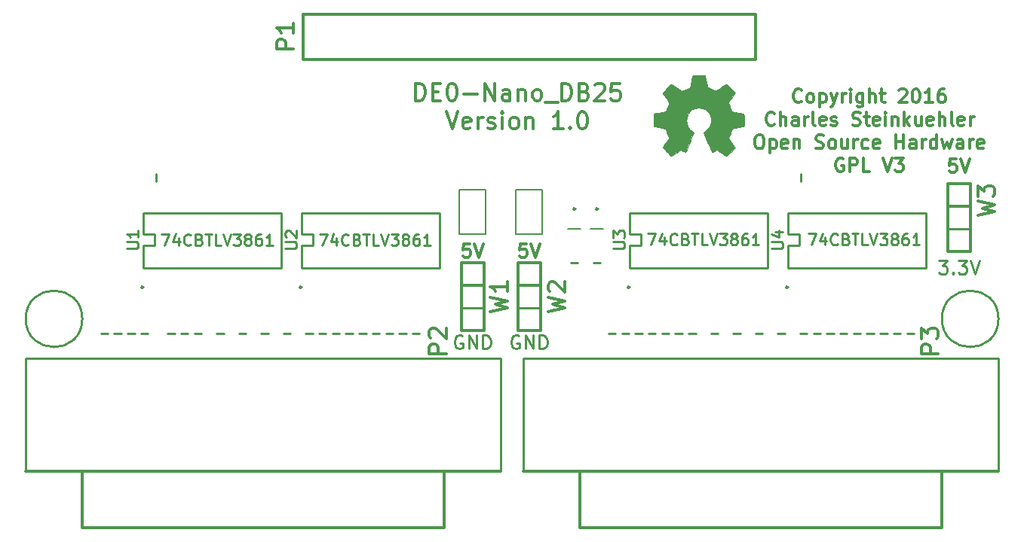
<source format=gto>
G04 #@! TF.GenerationSoftware,KiCad,Pcbnew,no-vcs-found-7571~57~ubuntu17.04.1*
G04 #@! TF.CreationDate,2017-02-08T08:53:27+01:00*
G04 #@! TF.ProjectId,DE0-Nano_DB25,4445302D4E616E6F5F444232352E6B69,rev?*
G04 #@! TF.FileFunction,Legend,Top*
G04 #@! TF.FilePolarity,Positive*
%FSLAX46Y46*%
G04 Gerber Fmt 4.6, Leading zero omitted, Abs format (unit mm)*
G04 Created by KiCad (PCBNEW no-vcs-found-7571~57~ubuntu17.04.1) date Wed Feb  8 08:53:27 2017*
%MOMM*%
%LPD*%
G01*
G04 APERTURE LIST*
%ADD10C,0.152400*%
%ADD11C,0.304800*%
%ADD12C,0.254000*%
%ADD13C,0.002540*%
%ADD14C,0.200000*%
%ADD15C,0.250000*%
%ADD16R,0.750000X2.150000*%
%ADD17R,1.801000X1.826400*%
%ADD18C,1.801000*%
%ADD19C,5.611000*%
%ADD20R,2.150000X1.150000*%
%ADD21R,1.801000X1.801000*%
%ADD22R,1.350000X1.350000*%
%ADD23C,5.865000*%
%ADD24R,1.080000X0.940000*%
%ADD25R,0.940000X1.080000*%
G04 APERTURE END LIST*
D10*
D11*
X44406211Y37251958D02*
X44406211Y39156958D01*
X44859783Y39156958D01*
X45131926Y39066243D01*
X45313354Y38884815D01*
X45404069Y38703386D01*
X45494783Y38340529D01*
X45494783Y38068386D01*
X45404069Y37705529D01*
X45313354Y37524101D01*
X45131926Y37342672D01*
X44859783Y37251958D01*
X44406211Y37251958D01*
X46311211Y38249815D02*
X46946211Y38249815D01*
X47218354Y37251958D02*
X46311211Y37251958D01*
X46311211Y39156958D01*
X47218354Y39156958D01*
X48397640Y39156958D02*
X48579069Y39156958D01*
X48760497Y39066243D01*
X48851211Y38975529D01*
X48941926Y38794101D01*
X49032640Y38431243D01*
X49032640Y37977672D01*
X48941926Y37614815D01*
X48851211Y37433386D01*
X48760497Y37342672D01*
X48579069Y37251958D01*
X48397640Y37251958D01*
X48216211Y37342672D01*
X48125497Y37433386D01*
X48034783Y37614815D01*
X47944069Y37977672D01*
X47944069Y38431243D01*
X48034783Y38794101D01*
X48125497Y38975529D01*
X48216211Y39066243D01*
X48397640Y39156958D01*
X49849069Y37977672D02*
X51300497Y37977672D01*
X52207640Y37251958D02*
X52207640Y39156958D01*
X53296211Y37251958D01*
X53296211Y39156958D01*
X55019783Y37251958D02*
X55019783Y38249815D01*
X54929069Y38431243D01*
X54747640Y38521958D01*
X54384783Y38521958D01*
X54203354Y38431243D01*
X55019783Y37342672D02*
X54838354Y37251958D01*
X54384783Y37251958D01*
X54203354Y37342672D01*
X54112640Y37524101D01*
X54112640Y37705529D01*
X54203354Y37886958D01*
X54384783Y37977672D01*
X54838354Y37977672D01*
X55019783Y38068386D01*
X55926926Y38521958D02*
X55926926Y37251958D01*
X55926926Y38340529D02*
X56017640Y38431243D01*
X56199069Y38521958D01*
X56471211Y38521958D01*
X56652640Y38431243D01*
X56743354Y38249815D01*
X56743354Y37251958D01*
X57922640Y37251958D02*
X57741211Y37342672D01*
X57650497Y37433386D01*
X57559783Y37614815D01*
X57559783Y38159101D01*
X57650497Y38340529D01*
X57741211Y38431243D01*
X57922640Y38521958D01*
X58194783Y38521958D01*
X58376211Y38431243D01*
X58466926Y38340529D01*
X58557640Y38159101D01*
X58557640Y37614815D01*
X58466926Y37433386D01*
X58376211Y37342672D01*
X58194783Y37251958D01*
X57922640Y37251958D01*
X58920497Y37070529D02*
X60371926Y37070529D01*
X60825497Y37251958D02*
X60825497Y39156958D01*
X61279069Y39156958D01*
X61551211Y39066243D01*
X61732640Y38884815D01*
X61823354Y38703386D01*
X61914069Y38340529D01*
X61914069Y38068386D01*
X61823354Y37705529D01*
X61732640Y37524101D01*
X61551211Y37342672D01*
X61279069Y37251958D01*
X60825497Y37251958D01*
X63365497Y38249815D02*
X63637640Y38159101D01*
X63728354Y38068386D01*
X63819069Y37886958D01*
X63819069Y37614815D01*
X63728354Y37433386D01*
X63637640Y37342672D01*
X63456211Y37251958D01*
X62730497Y37251958D01*
X62730497Y39156958D01*
X63365497Y39156958D01*
X63546926Y39066243D01*
X63637640Y38975529D01*
X63728354Y38794101D01*
X63728354Y38612672D01*
X63637640Y38431243D01*
X63546926Y38340529D01*
X63365497Y38249815D01*
X62730497Y38249815D01*
X64544783Y38975529D02*
X64635497Y39066243D01*
X64816926Y39156958D01*
X65270497Y39156958D01*
X65451926Y39066243D01*
X65542640Y38975529D01*
X65633354Y38794101D01*
X65633354Y38612672D01*
X65542640Y38340529D01*
X64454069Y37251958D01*
X65633354Y37251958D01*
X67356926Y39156958D02*
X66449783Y39156958D01*
X66359069Y38249815D01*
X66449783Y38340529D01*
X66631211Y38431243D01*
X67084783Y38431243D01*
X67266211Y38340529D01*
X67356926Y38249815D01*
X67447640Y38068386D01*
X67447640Y37614815D01*
X67356926Y37433386D01*
X67266211Y37342672D01*
X67084783Y37251958D01*
X66631211Y37251958D01*
X66449783Y37342672D01*
X66359069Y37433386D01*
X47898711Y35994658D02*
X48533711Y34089658D01*
X49168711Y35994658D01*
X50529426Y34180372D02*
X50347997Y34089658D01*
X49985140Y34089658D01*
X49803711Y34180372D01*
X49712997Y34361801D01*
X49712997Y35087515D01*
X49803711Y35268943D01*
X49985140Y35359658D01*
X50347997Y35359658D01*
X50529426Y35268943D01*
X50620140Y35087515D01*
X50620140Y34906086D01*
X49712997Y34724658D01*
X51436569Y34089658D02*
X51436569Y35359658D01*
X51436569Y34996801D02*
X51527283Y35178229D01*
X51617997Y35268943D01*
X51799426Y35359658D01*
X51980854Y35359658D01*
X52525140Y34180372D02*
X52706569Y34089658D01*
X53069426Y34089658D01*
X53250854Y34180372D01*
X53341569Y34361801D01*
X53341569Y34452515D01*
X53250854Y34633943D01*
X53069426Y34724658D01*
X52797283Y34724658D01*
X52615854Y34815372D01*
X52525140Y34996801D01*
X52525140Y35087515D01*
X52615854Y35268943D01*
X52797283Y35359658D01*
X53069426Y35359658D01*
X53250854Y35268943D01*
X54157997Y34089658D02*
X54157997Y35359658D01*
X54157997Y35994658D02*
X54067283Y35903943D01*
X54157997Y35813229D01*
X54248711Y35903943D01*
X54157997Y35994658D01*
X54157997Y35813229D01*
X55337283Y34089658D02*
X55155854Y34180372D01*
X55065140Y34271086D01*
X54974426Y34452515D01*
X54974426Y34996801D01*
X55065140Y35178229D01*
X55155854Y35268943D01*
X55337283Y35359658D01*
X55609426Y35359658D01*
X55790854Y35268943D01*
X55881569Y35178229D01*
X55972283Y34996801D01*
X55972283Y34452515D01*
X55881569Y34271086D01*
X55790854Y34180372D01*
X55609426Y34089658D01*
X55337283Y34089658D01*
X56788711Y35359658D02*
X56788711Y34089658D01*
X56788711Y35178229D02*
X56879426Y35268943D01*
X57060854Y35359658D01*
X57332997Y35359658D01*
X57514426Y35268943D01*
X57605140Y35087515D01*
X57605140Y34089658D01*
X60961569Y34089658D02*
X59872997Y34089658D01*
X60417283Y34089658D02*
X60417283Y35994658D01*
X60235854Y35722515D01*
X60054426Y35541086D01*
X59872997Y35450372D01*
X61777997Y34271086D02*
X61868711Y34180372D01*
X61777997Y34089658D01*
X61687283Y34180372D01*
X61777997Y34271086D01*
X61777997Y34089658D01*
X63047997Y35994658D02*
X63229426Y35994658D01*
X63410854Y35903943D01*
X63501569Y35813229D01*
X63592283Y35631801D01*
X63682997Y35268943D01*
X63682997Y34815372D01*
X63592283Y34452515D01*
X63501569Y34271086D01*
X63410854Y34180372D01*
X63229426Y34089658D01*
X63047997Y34089658D01*
X62866569Y34180372D01*
X62775854Y34271086D01*
X62685140Y34452515D01*
X62594426Y34815372D01*
X62594426Y35268943D01*
X62685140Y35631801D01*
X62775854Y35813229D01*
X62866569Y35903943D01*
X63047997Y35994658D01*
X87741569Y37174508D02*
X87668997Y37101936D01*
X87451283Y37029365D01*
X87306140Y37029365D01*
X87088426Y37101936D01*
X86943283Y37247079D01*
X86870711Y37392222D01*
X86798140Y37682508D01*
X86798140Y37900222D01*
X86870711Y38190508D01*
X86943283Y38335651D01*
X87088426Y38480793D01*
X87306140Y38553365D01*
X87451283Y38553365D01*
X87668997Y38480793D01*
X87741569Y38408222D01*
X88612426Y37029365D02*
X88467283Y37101936D01*
X88394711Y37174508D01*
X88322140Y37319651D01*
X88322140Y37755079D01*
X88394711Y37900222D01*
X88467283Y37972793D01*
X88612426Y38045365D01*
X88830140Y38045365D01*
X88975283Y37972793D01*
X89047854Y37900222D01*
X89120426Y37755079D01*
X89120426Y37319651D01*
X89047854Y37174508D01*
X88975283Y37101936D01*
X88830140Y37029365D01*
X88612426Y37029365D01*
X89773569Y38045365D02*
X89773569Y36521365D01*
X89773569Y37972793D02*
X89918711Y38045365D01*
X90208997Y38045365D01*
X90354140Y37972793D01*
X90426711Y37900222D01*
X90499283Y37755079D01*
X90499283Y37319651D01*
X90426711Y37174508D01*
X90354140Y37101936D01*
X90208997Y37029365D01*
X89918711Y37029365D01*
X89773569Y37101936D01*
X91007283Y38045365D02*
X91370140Y37029365D01*
X91732997Y38045365D02*
X91370140Y37029365D01*
X91224997Y36666508D01*
X91152426Y36593936D01*
X91007283Y36521365D01*
X92313569Y37029365D02*
X92313569Y38045365D01*
X92313569Y37755079D02*
X92386140Y37900222D01*
X92458711Y37972793D01*
X92603854Y38045365D01*
X92748997Y38045365D01*
X93256997Y37029365D02*
X93256997Y38045365D01*
X93256997Y38553365D02*
X93184426Y38480793D01*
X93256997Y38408222D01*
X93329569Y38480793D01*
X93256997Y38553365D01*
X93256997Y38408222D01*
X94635854Y38045365D02*
X94635854Y36811651D01*
X94563283Y36666508D01*
X94490711Y36593936D01*
X94345569Y36521365D01*
X94127854Y36521365D01*
X93982711Y36593936D01*
X94635854Y37101936D02*
X94490711Y37029365D01*
X94200426Y37029365D01*
X94055283Y37101936D01*
X93982711Y37174508D01*
X93910140Y37319651D01*
X93910140Y37755079D01*
X93982711Y37900222D01*
X94055283Y37972793D01*
X94200426Y38045365D01*
X94490711Y38045365D01*
X94635854Y37972793D01*
X95361569Y37029365D02*
X95361569Y38553365D01*
X96014711Y37029365D02*
X96014711Y37827651D01*
X95942140Y37972793D01*
X95796997Y38045365D01*
X95579283Y38045365D01*
X95434140Y37972793D01*
X95361569Y37900222D01*
X96522711Y38045365D02*
X97103283Y38045365D01*
X96740426Y38553365D02*
X96740426Y37247079D01*
X96812997Y37101936D01*
X96958140Y37029365D01*
X97103283Y37029365D01*
X98699854Y38408222D02*
X98772426Y38480793D01*
X98917569Y38553365D01*
X99280426Y38553365D01*
X99425569Y38480793D01*
X99498140Y38408222D01*
X99570711Y38263079D01*
X99570711Y38117936D01*
X99498140Y37900222D01*
X98627283Y37029365D01*
X99570711Y37029365D01*
X100514140Y38553365D02*
X100659283Y38553365D01*
X100804426Y38480793D01*
X100876997Y38408222D01*
X100949569Y38263079D01*
X101022140Y37972793D01*
X101022140Y37609936D01*
X100949569Y37319651D01*
X100876997Y37174508D01*
X100804426Y37101936D01*
X100659283Y37029365D01*
X100514140Y37029365D01*
X100368997Y37101936D01*
X100296426Y37174508D01*
X100223854Y37319651D01*
X100151283Y37609936D01*
X100151283Y37972793D01*
X100223854Y38263079D01*
X100296426Y38408222D01*
X100368997Y38480793D01*
X100514140Y38553365D01*
X102473568Y37029365D02*
X101602711Y37029365D01*
X102038140Y37029365D02*
X102038140Y38553365D01*
X101892997Y38335651D01*
X101747854Y38190508D01*
X101602711Y38117936D01*
X103779854Y38553365D02*
X103489569Y38553365D01*
X103344426Y38480793D01*
X103271854Y38408222D01*
X103126711Y38190508D01*
X103054140Y37900222D01*
X103054140Y37319651D01*
X103126711Y37174508D01*
X103199283Y37101936D01*
X103344426Y37029365D01*
X103634711Y37029365D01*
X103779854Y37101936D01*
X103852426Y37174508D01*
X103924997Y37319651D01*
X103924997Y37682508D01*
X103852426Y37827651D01*
X103779854Y37900222D01*
X103634711Y37972793D01*
X103344426Y37972793D01*
X103199283Y37900222D01*
X103126711Y37827651D01*
X103054140Y37682508D01*
X84693569Y34583708D02*
X84620997Y34511136D01*
X84403283Y34438565D01*
X84258140Y34438565D01*
X84040426Y34511136D01*
X83895283Y34656279D01*
X83822711Y34801422D01*
X83750140Y35091708D01*
X83750140Y35309422D01*
X83822711Y35599708D01*
X83895283Y35744851D01*
X84040426Y35889993D01*
X84258140Y35962565D01*
X84403283Y35962565D01*
X84620997Y35889993D01*
X84693569Y35817422D01*
X85346711Y34438565D02*
X85346711Y35962565D01*
X85999854Y34438565D02*
X85999854Y35236851D01*
X85927283Y35381993D01*
X85782140Y35454565D01*
X85564426Y35454565D01*
X85419283Y35381993D01*
X85346711Y35309422D01*
X87378711Y34438565D02*
X87378711Y35236851D01*
X87306140Y35381993D01*
X87160997Y35454565D01*
X86870711Y35454565D01*
X86725569Y35381993D01*
X87378711Y34511136D02*
X87233569Y34438565D01*
X86870711Y34438565D01*
X86725569Y34511136D01*
X86652997Y34656279D01*
X86652997Y34801422D01*
X86725569Y34946565D01*
X86870711Y35019136D01*
X87233569Y35019136D01*
X87378711Y35091708D01*
X88104426Y34438565D02*
X88104426Y35454565D01*
X88104426Y35164279D02*
X88176997Y35309422D01*
X88249569Y35381993D01*
X88394711Y35454565D01*
X88539854Y35454565D01*
X89265569Y34438565D02*
X89120426Y34511136D01*
X89047854Y34656279D01*
X89047854Y35962565D01*
X90426711Y34511136D02*
X90281569Y34438565D01*
X89991283Y34438565D01*
X89846140Y34511136D01*
X89773569Y34656279D01*
X89773569Y35236851D01*
X89846140Y35381993D01*
X89991283Y35454565D01*
X90281569Y35454565D01*
X90426711Y35381993D01*
X90499283Y35236851D01*
X90499283Y35091708D01*
X89773569Y34946565D01*
X91079854Y34511136D02*
X91224997Y34438565D01*
X91515283Y34438565D01*
X91660426Y34511136D01*
X91732997Y34656279D01*
X91732997Y34728851D01*
X91660426Y34873993D01*
X91515283Y34946565D01*
X91297569Y34946565D01*
X91152426Y35019136D01*
X91079854Y35164279D01*
X91079854Y35236851D01*
X91152426Y35381993D01*
X91297569Y35454565D01*
X91515283Y35454565D01*
X91660426Y35381993D01*
X93474711Y34511136D02*
X93692426Y34438565D01*
X94055283Y34438565D01*
X94200426Y34511136D01*
X94272997Y34583708D01*
X94345569Y34728851D01*
X94345569Y34873993D01*
X94272997Y35019136D01*
X94200426Y35091708D01*
X94055283Y35164279D01*
X93764997Y35236851D01*
X93619854Y35309422D01*
X93547283Y35381993D01*
X93474711Y35527136D01*
X93474711Y35672279D01*
X93547283Y35817422D01*
X93619854Y35889993D01*
X93764997Y35962565D01*
X94127854Y35962565D01*
X94345569Y35889993D01*
X94780997Y35454565D02*
X95361569Y35454565D01*
X94998711Y35962565D02*
X94998711Y34656279D01*
X95071283Y34511136D01*
X95216426Y34438565D01*
X95361569Y34438565D01*
X96450140Y34511136D02*
X96304997Y34438565D01*
X96014711Y34438565D01*
X95869569Y34511136D01*
X95796997Y34656279D01*
X95796997Y35236851D01*
X95869569Y35381993D01*
X96014711Y35454565D01*
X96304997Y35454565D01*
X96450140Y35381993D01*
X96522711Y35236851D01*
X96522711Y35091708D01*
X95796997Y34946565D01*
X97175854Y34438565D02*
X97175854Y35454565D01*
X97175854Y35962565D02*
X97103283Y35889993D01*
X97175854Y35817422D01*
X97248426Y35889993D01*
X97175854Y35962565D01*
X97175854Y35817422D01*
X97901569Y35454565D02*
X97901569Y34438565D01*
X97901569Y35309422D02*
X97974140Y35381993D01*
X98119283Y35454565D01*
X98336997Y35454565D01*
X98482140Y35381993D01*
X98554711Y35236851D01*
X98554711Y34438565D01*
X99280426Y34438565D02*
X99280426Y35962565D01*
X99425569Y35019136D02*
X99860997Y34438565D01*
X99860997Y35454565D02*
X99280426Y34873993D01*
X101167283Y35454565D02*
X101167283Y34438565D01*
X100514140Y35454565D02*
X100514140Y34656279D01*
X100586711Y34511136D01*
X100731854Y34438565D01*
X100949569Y34438565D01*
X101094711Y34511136D01*
X101167283Y34583708D01*
X102473569Y34511136D02*
X102328426Y34438565D01*
X102038140Y34438565D01*
X101892997Y34511136D01*
X101820426Y34656279D01*
X101820426Y35236851D01*
X101892997Y35381993D01*
X102038140Y35454565D01*
X102328426Y35454565D01*
X102473569Y35381993D01*
X102546140Y35236851D01*
X102546140Y35091708D01*
X101820426Y34946565D01*
X103199283Y34438565D02*
X103199283Y35962565D01*
X103852426Y34438565D02*
X103852426Y35236851D01*
X103779854Y35381993D01*
X103634711Y35454565D01*
X103416997Y35454565D01*
X103271854Y35381993D01*
X103199283Y35309422D01*
X104795854Y34438565D02*
X104650711Y34511136D01*
X104578140Y34656279D01*
X104578140Y35962565D01*
X105956997Y34511136D02*
X105811854Y34438565D01*
X105521569Y34438565D01*
X105376426Y34511136D01*
X105303854Y34656279D01*
X105303854Y35236851D01*
X105376426Y35381993D01*
X105521569Y35454565D01*
X105811854Y35454565D01*
X105956997Y35381993D01*
X106029569Y35236851D01*
X106029569Y35091708D01*
X105303854Y34946565D01*
X106682711Y34438565D02*
X106682711Y35454565D01*
X106682711Y35164279D02*
X106755283Y35309422D01*
X106827854Y35381993D01*
X106972997Y35454565D01*
X107118140Y35454565D01*
X82879283Y33371765D02*
X83169569Y33371765D01*
X83314711Y33299193D01*
X83459854Y33154051D01*
X83532426Y32863765D01*
X83532426Y32355765D01*
X83459854Y32065479D01*
X83314711Y31920336D01*
X83169569Y31847765D01*
X82879283Y31847765D01*
X82734140Y31920336D01*
X82588997Y32065479D01*
X82516426Y32355765D01*
X82516426Y32863765D01*
X82588997Y33154051D01*
X82734140Y33299193D01*
X82879283Y33371765D01*
X84185569Y32863765D02*
X84185569Y31339765D01*
X84185569Y32791193D02*
X84330711Y32863765D01*
X84620997Y32863765D01*
X84766140Y32791193D01*
X84838711Y32718622D01*
X84911283Y32573479D01*
X84911283Y32138051D01*
X84838711Y31992908D01*
X84766140Y31920336D01*
X84620997Y31847765D01*
X84330711Y31847765D01*
X84185569Y31920336D01*
X86144997Y31920336D02*
X85999854Y31847765D01*
X85709569Y31847765D01*
X85564426Y31920336D01*
X85491854Y32065479D01*
X85491854Y32646051D01*
X85564426Y32791193D01*
X85709569Y32863765D01*
X85999854Y32863765D01*
X86144997Y32791193D01*
X86217569Y32646051D01*
X86217569Y32500908D01*
X85491854Y32355765D01*
X86870711Y32863765D02*
X86870711Y31847765D01*
X86870711Y32718622D02*
X86943283Y32791193D01*
X87088426Y32863765D01*
X87306140Y32863765D01*
X87451283Y32791193D01*
X87523854Y32646051D01*
X87523854Y31847765D01*
X89338140Y31920336D02*
X89555854Y31847765D01*
X89918711Y31847765D01*
X90063854Y31920336D01*
X90136426Y31992908D01*
X90208997Y32138051D01*
X90208997Y32283193D01*
X90136426Y32428336D01*
X90063854Y32500908D01*
X89918711Y32573479D01*
X89628426Y32646051D01*
X89483283Y32718622D01*
X89410711Y32791193D01*
X89338140Y32936336D01*
X89338140Y33081479D01*
X89410711Y33226622D01*
X89483283Y33299193D01*
X89628426Y33371765D01*
X89991283Y33371765D01*
X90208997Y33299193D01*
X91079854Y31847765D02*
X90934711Y31920336D01*
X90862140Y31992908D01*
X90789569Y32138051D01*
X90789569Y32573479D01*
X90862140Y32718622D01*
X90934711Y32791193D01*
X91079854Y32863765D01*
X91297569Y32863765D01*
X91442711Y32791193D01*
X91515283Y32718622D01*
X91587854Y32573479D01*
X91587854Y32138051D01*
X91515283Y31992908D01*
X91442711Y31920336D01*
X91297569Y31847765D01*
X91079854Y31847765D01*
X92894140Y32863765D02*
X92894140Y31847765D01*
X92240997Y32863765D02*
X92240997Y32065479D01*
X92313569Y31920336D01*
X92458711Y31847765D01*
X92676426Y31847765D01*
X92821569Y31920336D01*
X92894140Y31992908D01*
X93619854Y31847765D02*
X93619854Y32863765D01*
X93619854Y32573479D02*
X93692426Y32718622D01*
X93764997Y32791193D01*
X93910140Y32863765D01*
X94055283Y32863765D01*
X95216426Y31920336D02*
X95071283Y31847765D01*
X94780997Y31847765D01*
X94635854Y31920336D01*
X94563283Y31992908D01*
X94490711Y32138051D01*
X94490711Y32573479D01*
X94563283Y32718622D01*
X94635854Y32791193D01*
X94780997Y32863765D01*
X95071283Y32863765D01*
X95216426Y32791193D01*
X96450140Y31920336D02*
X96304997Y31847765D01*
X96014711Y31847765D01*
X95869569Y31920336D01*
X95796997Y32065479D01*
X95796997Y32646051D01*
X95869569Y32791193D01*
X96014711Y32863765D01*
X96304997Y32863765D01*
X96450140Y32791193D01*
X96522711Y32646051D01*
X96522711Y32500908D01*
X95796997Y32355765D01*
X98336997Y31847765D02*
X98336997Y33371765D01*
X98336997Y32646051D02*
X99207854Y32646051D01*
X99207854Y31847765D02*
X99207854Y33371765D01*
X100586711Y31847765D02*
X100586711Y32646051D01*
X100514140Y32791193D01*
X100368997Y32863765D01*
X100078711Y32863765D01*
X99933569Y32791193D01*
X100586711Y31920336D02*
X100441569Y31847765D01*
X100078711Y31847765D01*
X99933569Y31920336D01*
X99860997Y32065479D01*
X99860997Y32210622D01*
X99933569Y32355765D01*
X100078711Y32428336D01*
X100441569Y32428336D01*
X100586711Y32500908D01*
X101312426Y31847765D02*
X101312426Y32863765D01*
X101312426Y32573479D02*
X101384997Y32718622D01*
X101457569Y32791193D01*
X101602711Y32863765D01*
X101747854Y32863765D01*
X102908997Y31847765D02*
X102908997Y33371765D01*
X102908997Y31920336D02*
X102763854Y31847765D01*
X102473569Y31847765D01*
X102328426Y31920336D01*
X102255854Y31992908D01*
X102183283Y32138051D01*
X102183283Y32573479D01*
X102255854Y32718622D01*
X102328426Y32791193D01*
X102473569Y32863765D01*
X102763854Y32863765D01*
X102908997Y32791193D01*
X103489569Y32863765D02*
X103779854Y31847765D01*
X104070140Y32573479D01*
X104360426Y31847765D01*
X104650711Y32863765D01*
X105884426Y31847765D02*
X105884426Y32646051D01*
X105811854Y32791193D01*
X105666711Y32863765D01*
X105376426Y32863765D01*
X105231283Y32791193D01*
X105884426Y31920336D02*
X105739283Y31847765D01*
X105376426Y31847765D01*
X105231283Y31920336D01*
X105158711Y32065479D01*
X105158711Y32210622D01*
X105231283Y32355765D01*
X105376426Y32428336D01*
X105739283Y32428336D01*
X105884426Y32500908D01*
X106610140Y31847765D02*
X106610140Y32863765D01*
X106610140Y32573479D02*
X106682711Y32718622D01*
X106755283Y32791193D01*
X106900426Y32863765D01*
X107045569Y32863765D01*
X108134140Y31920336D02*
X107988997Y31847765D01*
X107698711Y31847765D01*
X107553569Y31920336D01*
X107480997Y32065479D01*
X107480997Y32646051D01*
X107553569Y32791193D01*
X107698711Y32863765D01*
X107988997Y32863765D01*
X108134140Y32791193D01*
X108206711Y32646051D01*
X108206711Y32500908D01*
X107480997Y32355765D01*
X92422426Y30708393D02*
X92277283Y30780965D01*
X92059569Y30780965D01*
X91841854Y30708393D01*
X91696711Y30563251D01*
X91624140Y30418108D01*
X91551569Y30127822D01*
X91551569Y29910108D01*
X91624140Y29619822D01*
X91696711Y29474679D01*
X91841854Y29329536D01*
X92059569Y29256965D01*
X92204711Y29256965D01*
X92422426Y29329536D01*
X92494997Y29402108D01*
X92494997Y29910108D01*
X92204711Y29910108D01*
X93148140Y29256965D02*
X93148140Y30780965D01*
X93728711Y30780965D01*
X93873854Y30708393D01*
X93946426Y30635822D01*
X94018997Y30490679D01*
X94018997Y30272965D01*
X93946426Y30127822D01*
X93873854Y30055251D01*
X93728711Y29982679D01*
X93148140Y29982679D01*
X95397854Y29256965D02*
X94672140Y29256965D01*
X94672140Y30780965D01*
X96849283Y30780965D02*
X97357283Y29256965D01*
X97865283Y30780965D01*
X98228140Y30780965D02*
X99171569Y30780965D01*
X98663569Y30200393D01*
X98881283Y30200393D01*
X99026426Y30127822D01*
X99098997Y30055251D01*
X99171569Y29910108D01*
X99171569Y29547251D01*
X99098997Y29402108D01*
X99026426Y29329536D01*
X98881283Y29256965D01*
X98445854Y29256965D01*
X98300711Y29329536D01*
X98228140Y29402108D01*
D12*
X56000426Y10794593D02*
X55855283Y10867165D01*
X55637569Y10867165D01*
X55419854Y10794593D01*
X55274711Y10649451D01*
X55202140Y10504308D01*
X55129569Y10214022D01*
X55129569Y9996308D01*
X55202140Y9706022D01*
X55274711Y9560879D01*
X55419854Y9415736D01*
X55637569Y9343165D01*
X55782711Y9343165D01*
X56000426Y9415736D01*
X56072997Y9488308D01*
X56072997Y9996308D01*
X55782711Y9996308D01*
X56726140Y9343165D02*
X56726140Y10867165D01*
X57596997Y9343165D01*
X57596997Y10867165D01*
X58322711Y9343165D02*
X58322711Y10867165D01*
X58685569Y10867165D01*
X58903283Y10794593D01*
X59048426Y10649451D01*
X59120997Y10504308D01*
X59193569Y10214022D01*
X59193569Y9996308D01*
X59120997Y9706022D01*
X59048426Y9560879D01*
X58903283Y9415736D01*
X58685569Y9343165D01*
X58322711Y9343165D01*
D11*
X105121283Y30682165D02*
X104395569Y30682165D01*
X104322997Y29956451D01*
X104395569Y30029022D01*
X104540711Y30101593D01*
X104903569Y30101593D01*
X105048711Y30029022D01*
X105121283Y29956451D01*
X105193854Y29811308D01*
X105193854Y29448451D01*
X105121283Y29303308D01*
X105048711Y29230736D01*
X104903569Y29158165D01*
X104540711Y29158165D01*
X104395569Y29230736D01*
X104322997Y29303308D01*
X105629283Y30682165D02*
X106137283Y29158165D01*
X106645283Y30682165D01*
D12*
X103161854Y19252165D02*
X104105283Y19252165D01*
X103597283Y18671593D01*
X103814997Y18671593D01*
X103960140Y18599022D01*
X104032711Y18526451D01*
X104105283Y18381308D01*
X104105283Y18018451D01*
X104032711Y17873308D01*
X103960140Y17800736D01*
X103814997Y17728165D01*
X103379569Y17728165D01*
X103234426Y17800736D01*
X103161854Y17873308D01*
X104758426Y17873308D02*
X104830997Y17800736D01*
X104758426Y17728165D01*
X104685854Y17800736D01*
X104758426Y17873308D01*
X104758426Y17728165D01*
X105338997Y19252165D02*
X106282426Y19252165D01*
X105774426Y18671593D01*
X105992140Y18671593D01*
X106137283Y18599022D01*
X106209854Y18526451D01*
X106282426Y18381308D01*
X106282426Y18018451D01*
X106209854Y17873308D01*
X106137283Y17800736D01*
X105992140Y17728165D01*
X105556711Y17728165D01*
X105411569Y17800736D01*
X105338997Y17873308D01*
X106717854Y19252165D02*
X107225854Y17728165D01*
X107733854Y19252165D01*
D11*
X56861283Y21157165D02*
X56135569Y21157165D01*
X56062997Y20431451D01*
X56135569Y20504022D01*
X56280711Y20576593D01*
X56643569Y20576593D01*
X56788711Y20504022D01*
X56861283Y20431451D01*
X56933854Y20286308D01*
X56933854Y19923451D01*
X56861283Y19778308D01*
X56788711Y19705736D01*
X56643569Y19633165D01*
X56280711Y19633165D01*
X56135569Y19705736D01*
X56062997Y19778308D01*
X57369283Y21157165D02*
X57877283Y19633165D01*
X58385283Y21157165D01*
D12*
X49640426Y10794593D02*
X49495283Y10867165D01*
X49277569Y10867165D01*
X49059854Y10794593D01*
X48914711Y10649451D01*
X48842140Y10504308D01*
X48769569Y10214022D01*
X48769569Y9996308D01*
X48842140Y9706022D01*
X48914711Y9560879D01*
X49059854Y9415736D01*
X49277569Y9343165D01*
X49422711Y9343165D01*
X49640426Y9415736D01*
X49712997Y9488308D01*
X49712997Y9996308D01*
X49422711Y9996308D01*
X50366140Y9343165D02*
X50366140Y10867165D01*
X51236997Y9343165D01*
X51236997Y10867165D01*
X51962711Y9343165D02*
X51962711Y10867165D01*
X52325569Y10867165D01*
X52543283Y10794593D01*
X52688426Y10649451D01*
X52760997Y10504308D01*
X52833569Y10214022D01*
X52833569Y9996308D01*
X52760997Y9706022D01*
X52688426Y9560879D01*
X52543283Y9415736D01*
X52325569Y9343165D01*
X51962711Y9343165D01*
D11*
X50511283Y21157165D02*
X49785569Y21157165D01*
X49712997Y20431451D01*
X49785569Y20504022D01*
X49930711Y20576593D01*
X50293569Y20576593D01*
X50438711Y20504022D01*
X50511283Y20431451D01*
X50583854Y20286308D01*
X50583854Y19923451D01*
X50511283Y19778308D01*
X50438711Y19705736D01*
X50293569Y19633165D01*
X49930711Y19633165D01*
X49785569Y19705736D01*
X49712997Y19778308D01*
X51019283Y21157165D02*
X51527283Y19633165D01*
X52035283Y21157165D01*
D13*
G36*
X73123089Y31000753D02*
X73176429Y31026153D01*
X73295809Y31102353D01*
X73463449Y31214113D01*
X73664109Y31348733D01*
X73864769Y31483353D01*
X74032409Y31595113D01*
X74146709Y31668773D01*
X74194969Y31696713D01*
X74220369Y31686553D01*
X74316889Y31640833D01*
X74456589Y31567173D01*
X74535329Y31526533D01*
X74664869Y31470653D01*
X74725829Y31460493D01*
X74738529Y31478273D01*
X74784249Y31574793D01*
X74857909Y31742433D01*
X74954429Y31960873D01*
X75063649Y32219953D01*
X75180489Y32496813D01*
X75299869Y32781293D01*
X75411629Y33053073D01*
X75510689Y33294373D01*
X75589429Y33492493D01*
X75642769Y33629653D01*
X75663089Y33690613D01*
X75655469Y33700773D01*
X75591969Y33764273D01*
X75480209Y33848093D01*
X75241449Y34041133D01*
X75002689Y34338313D01*
X74857909Y34676133D01*
X74812189Y35049513D01*
X74852829Y35394953D01*
X74987449Y35727693D01*
X75221129Y36027413D01*
X75503069Y36250933D01*
X75830729Y36390633D01*
X76201569Y36436353D01*
X76554629Y36395713D01*
X76894989Y36263633D01*
X77194709Y36035033D01*
X77321709Y35887713D01*
X77496969Y35585453D01*
X77596029Y35260333D01*
X77606189Y35176513D01*
X77590949Y34820913D01*
X77486809Y34478013D01*
X77296309Y34173213D01*
X77034689Y33921753D01*
X77004209Y33898893D01*
X76882289Y33807453D01*
X76801009Y33746493D01*
X76737509Y33693153D01*
X77192169Y32600953D01*
X77263289Y32425693D01*
X77387749Y32128513D01*
X77499509Y31869433D01*
X77585869Y31663693D01*
X77646829Y31529073D01*
X77672229Y31473193D01*
X77677309Y31470653D01*
X77715409Y31463033D01*
X77799229Y31493513D01*
X77951629Y31567173D01*
X78053229Y31617973D01*
X78170069Y31673853D01*
X78220869Y31696713D01*
X78264049Y31671313D01*
X78378349Y31600193D01*
X78540909Y31490973D01*
X78736489Y31358893D01*
X78921909Y31231893D01*
X79092089Y31117593D01*
X79219089Y31038853D01*
X79277509Y31005833D01*
X79287669Y31005833D01*
X79341009Y31036313D01*
X79440069Y31117593D01*
X79589929Y31259833D01*
X79800749Y31465573D01*
X79831229Y31498593D01*
X80003949Y31673853D01*
X80146189Y31823713D01*
X80240169Y31927853D01*
X80273189Y31976113D01*
X80273189Y31976113D01*
X80242709Y32034533D01*
X80163969Y32158993D01*
X80049669Y32334253D01*
X79912509Y32537453D01*
X79549289Y33063233D01*
X79749949Y33558533D01*
X79810909Y33710933D01*
X79887109Y33896353D01*
X79945529Y34028433D01*
X79976009Y34084313D01*
X80029349Y34104633D01*
X80163969Y34137653D01*
X80362089Y34178293D01*
X80595769Y34221473D01*
X80819289Y34262113D01*
X81022489Y34300213D01*
X81169809Y34328153D01*
X81235849Y34343393D01*
X81251089Y34351013D01*
X81263789Y34384033D01*
X81271409Y34452613D01*
X81276489Y34574533D01*
X81279029Y34767573D01*
X81279029Y35049513D01*
X81279029Y35079993D01*
X81276489Y35346693D01*
X81273949Y35560053D01*
X81266329Y35697213D01*
X81256169Y35753093D01*
X81256169Y35753093D01*
X81192669Y35768333D01*
X81050429Y35798813D01*
X80847229Y35839453D01*
X80605929Y35885173D01*
X80590689Y35887713D01*
X80351929Y35933433D01*
X80148729Y35976613D01*
X80009029Y36009633D01*
X79948069Y36027413D01*
X79937909Y36045193D01*
X79887109Y36136633D01*
X79818529Y36286493D01*
X79739789Y36469373D01*
X79661049Y36657333D01*
X79592469Y36827513D01*
X79546749Y36954513D01*
X79534049Y37010393D01*
X79534049Y37012933D01*
X79572149Y37071353D01*
X79653429Y37193273D01*
X79770269Y37368533D01*
X79909969Y37571733D01*
X79922669Y37586973D01*
X80059829Y37790173D01*
X80171589Y37962893D01*
X80245249Y38084813D01*
X80273189Y38140693D01*
X80273189Y38143233D01*
X80227469Y38204193D01*
X80123329Y38318493D01*
X79976009Y38473433D01*
X79798209Y38653773D01*
X79742329Y38709653D01*
X79544209Y38902693D01*
X79407049Y39027153D01*
X79320689Y39095733D01*
X79280049Y39110973D01*
X79280049Y39108433D01*
X79219089Y39072873D01*
X79089549Y38989053D01*
X78916829Y38869673D01*
X78711089Y38729973D01*
X78695849Y38719813D01*
X78492649Y38582653D01*
X78322469Y38468353D01*
X78203089Y38389613D01*
X78149749Y38356593D01*
X78142129Y38356593D01*
X78058309Y38381993D01*
X77913529Y38432793D01*
X77735729Y38501373D01*
X77547769Y38575033D01*
X77377589Y38648693D01*
X77250589Y38707113D01*
X77189629Y38740133D01*
X77187089Y38745213D01*
X77166769Y38816333D01*
X77131209Y38968733D01*
X77088029Y39177013D01*
X77042309Y39425933D01*
X77034689Y39466573D01*
X76988969Y39707873D01*
X76948329Y39908533D01*
X76920389Y40045693D01*
X76907689Y40104113D01*
X76872129Y40111733D01*
X76752749Y40119353D01*
X76572409Y40124433D01*
X76353969Y40126973D01*
X76125369Y40124433D01*
X75899309Y40121893D01*
X75708809Y40114273D01*
X75571649Y40104113D01*
X75513229Y40093953D01*
X75513229Y40088873D01*
X75490369Y40015213D01*
X75457349Y39862813D01*
X75414169Y39651993D01*
X75368449Y39403073D01*
X75358289Y39359893D01*
X75312569Y39118593D01*
X75271929Y38920473D01*
X75243989Y38783313D01*
X75228749Y38729973D01*
X75205889Y38717273D01*
X75106829Y38674093D01*
X74944269Y38608053D01*
X74743609Y38526773D01*
X74278789Y38338813D01*
X73709829Y38729973D01*
X73656489Y38765533D01*
X73450749Y38905233D01*
X73283109Y39016993D01*
X73166269Y39093193D01*
X73118009Y39121133D01*
X73112929Y39118593D01*
X73057049Y39067793D01*
X72942749Y38961113D01*
X72790349Y38811253D01*
X72610009Y38633453D01*
X72477929Y38501373D01*
X72320449Y38341353D01*
X72221389Y38232133D01*
X72165509Y38163553D01*
X72147729Y38122913D01*
X72150269Y38094973D01*
X72188369Y38036553D01*
X72272189Y37909553D01*
X72389029Y37736833D01*
X72528729Y37536173D01*
X72643029Y37368533D01*
X72767489Y37175493D01*
X72846229Y37038333D01*
X72874169Y36972293D01*
X72866549Y36944353D01*
X72828449Y36832593D01*
X72759869Y36664953D01*
X72673509Y36464293D01*
X72475389Y36012173D01*
X72180749Y35956293D01*
X72000409Y35920733D01*
X71751489Y35872473D01*
X71510189Y35826753D01*
X71136809Y35753093D01*
X71121569Y34376413D01*
X71179989Y34353553D01*
X71235869Y34338313D01*
X71375569Y34307833D01*
X71573689Y34267193D01*
X71807369Y34224013D01*
X72005489Y34185913D01*
X72206149Y34147813D01*
X72350929Y34119873D01*
X72414429Y34107173D01*
X72429669Y34084313D01*
X72480469Y33987793D01*
X72551589Y33832853D01*
X72632869Y33647433D01*
X72711609Y33454393D01*
X72782729Y33276593D01*
X72830989Y33141973D01*
X72851309Y33070853D01*
X72823369Y33017513D01*
X72747169Y32900673D01*
X72635409Y32733033D01*
X72500789Y32532373D01*
X72363629Y32334253D01*
X72249329Y32164073D01*
X72168049Y32039613D01*
X72135029Y31983733D01*
X72150269Y31945633D01*
X72231549Y31849113D01*
X72381409Y31694173D01*
X72604929Y31473193D01*
X72643029Y31437633D01*
X72820829Y31264913D01*
X72970689Y31127753D01*
X73074829Y31033773D01*
X73123089Y31000753D01*
X73123089Y31000753D01*
G37*
X73123089Y31000753D02*
X73176429Y31026153D01*
X73295809Y31102353D01*
X73463449Y31214113D01*
X73664109Y31348733D01*
X73864769Y31483353D01*
X74032409Y31595113D01*
X74146709Y31668773D01*
X74194969Y31696713D01*
X74220369Y31686553D01*
X74316889Y31640833D01*
X74456589Y31567173D01*
X74535329Y31526533D01*
X74664869Y31470653D01*
X74725829Y31460493D01*
X74738529Y31478273D01*
X74784249Y31574793D01*
X74857909Y31742433D01*
X74954429Y31960873D01*
X75063649Y32219953D01*
X75180489Y32496813D01*
X75299869Y32781293D01*
X75411629Y33053073D01*
X75510689Y33294373D01*
X75589429Y33492493D01*
X75642769Y33629653D01*
X75663089Y33690613D01*
X75655469Y33700773D01*
X75591969Y33764273D01*
X75480209Y33848093D01*
X75241449Y34041133D01*
X75002689Y34338313D01*
X74857909Y34676133D01*
X74812189Y35049513D01*
X74852829Y35394953D01*
X74987449Y35727693D01*
X75221129Y36027413D01*
X75503069Y36250933D01*
X75830729Y36390633D01*
X76201569Y36436353D01*
X76554629Y36395713D01*
X76894989Y36263633D01*
X77194709Y36035033D01*
X77321709Y35887713D01*
X77496969Y35585453D01*
X77596029Y35260333D01*
X77606189Y35176513D01*
X77590949Y34820913D01*
X77486809Y34478013D01*
X77296309Y34173213D01*
X77034689Y33921753D01*
X77004209Y33898893D01*
X76882289Y33807453D01*
X76801009Y33746493D01*
X76737509Y33693153D01*
X77192169Y32600953D01*
X77263289Y32425693D01*
X77387749Y32128513D01*
X77499509Y31869433D01*
X77585869Y31663693D01*
X77646829Y31529073D01*
X77672229Y31473193D01*
X77677309Y31470653D01*
X77715409Y31463033D01*
X77799229Y31493513D01*
X77951629Y31567173D01*
X78053229Y31617973D01*
X78170069Y31673853D01*
X78220869Y31696713D01*
X78264049Y31671313D01*
X78378349Y31600193D01*
X78540909Y31490973D01*
X78736489Y31358893D01*
X78921909Y31231893D01*
X79092089Y31117593D01*
X79219089Y31038853D01*
X79277509Y31005833D01*
X79287669Y31005833D01*
X79341009Y31036313D01*
X79440069Y31117593D01*
X79589929Y31259833D01*
X79800749Y31465573D01*
X79831229Y31498593D01*
X80003949Y31673853D01*
X80146189Y31823713D01*
X80240169Y31927853D01*
X80273189Y31976113D01*
X80273189Y31976113D01*
X80242709Y32034533D01*
X80163969Y32158993D01*
X80049669Y32334253D01*
X79912509Y32537453D01*
X79549289Y33063233D01*
X79749949Y33558533D01*
X79810909Y33710933D01*
X79887109Y33896353D01*
X79945529Y34028433D01*
X79976009Y34084313D01*
X80029349Y34104633D01*
X80163969Y34137653D01*
X80362089Y34178293D01*
X80595769Y34221473D01*
X80819289Y34262113D01*
X81022489Y34300213D01*
X81169809Y34328153D01*
X81235849Y34343393D01*
X81251089Y34351013D01*
X81263789Y34384033D01*
X81271409Y34452613D01*
X81276489Y34574533D01*
X81279029Y34767573D01*
X81279029Y35049513D01*
X81279029Y35079993D01*
X81276489Y35346693D01*
X81273949Y35560053D01*
X81266329Y35697213D01*
X81256169Y35753093D01*
X81256169Y35753093D01*
X81192669Y35768333D01*
X81050429Y35798813D01*
X80847229Y35839453D01*
X80605929Y35885173D01*
X80590689Y35887713D01*
X80351929Y35933433D01*
X80148729Y35976613D01*
X80009029Y36009633D01*
X79948069Y36027413D01*
X79937909Y36045193D01*
X79887109Y36136633D01*
X79818529Y36286493D01*
X79739789Y36469373D01*
X79661049Y36657333D01*
X79592469Y36827513D01*
X79546749Y36954513D01*
X79534049Y37010393D01*
X79534049Y37012933D01*
X79572149Y37071353D01*
X79653429Y37193273D01*
X79770269Y37368533D01*
X79909969Y37571733D01*
X79922669Y37586973D01*
X80059829Y37790173D01*
X80171589Y37962893D01*
X80245249Y38084813D01*
X80273189Y38140693D01*
X80273189Y38143233D01*
X80227469Y38204193D01*
X80123329Y38318493D01*
X79976009Y38473433D01*
X79798209Y38653773D01*
X79742329Y38709653D01*
X79544209Y38902693D01*
X79407049Y39027153D01*
X79320689Y39095733D01*
X79280049Y39110973D01*
X79280049Y39108433D01*
X79219089Y39072873D01*
X79089549Y38989053D01*
X78916829Y38869673D01*
X78711089Y38729973D01*
X78695849Y38719813D01*
X78492649Y38582653D01*
X78322469Y38468353D01*
X78203089Y38389613D01*
X78149749Y38356593D01*
X78142129Y38356593D01*
X78058309Y38381993D01*
X77913529Y38432793D01*
X77735729Y38501373D01*
X77547769Y38575033D01*
X77377589Y38648693D01*
X77250589Y38707113D01*
X77189629Y38740133D01*
X77187089Y38745213D01*
X77166769Y38816333D01*
X77131209Y38968733D01*
X77088029Y39177013D01*
X77042309Y39425933D01*
X77034689Y39466573D01*
X76988969Y39707873D01*
X76948329Y39908533D01*
X76920389Y40045693D01*
X76907689Y40104113D01*
X76872129Y40111733D01*
X76752749Y40119353D01*
X76572409Y40124433D01*
X76353969Y40126973D01*
X76125369Y40124433D01*
X75899309Y40121893D01*
X75708809Y40114273D01*
X75571649Y40104113D01*
X75513229Y40093953D01*
X75513229Y40088873D01*
X75490369Y40015213D01*
X75457349Y39862813D01*
X75414169Y39651993D01*
X75368449Y39403073D01*
X75358289Y39359893D01*
X75312569Y39118593D01*
X75271929Y38920473D01*
X75243989Y38783313D01*
X75228749Y38729973D01*
X75205889Y38717273D01*
X75106829Y38674093D01*
X74944269Y38608053D01*
X74743609Y38526773D01*
X74278789Y38338813D01*
X73709829Y38729973D01*
X73656489Y38765533D01*
X73450749Y38905233D01*
X73283109Y39016993D01*
X73166269Y39093193D01*
X73118009Y39121133D01*
X73112929Y39118593D01*
X73057049Y39067793D01*
X72942749Y38961113D01*
X72790349Y38811253D01*
X72610009Y38633453D01*
X72477929Y38501373D01*
X72320449Y38341353D01*
X72221389Y38232133D01*
X72165509Y38163553D01*
X72147729Y38122913D01*
X72150269Y38094973D01*
X72188369Y38036553D01*
X72272189Y37909553D01*
X72389029Y37736833D01*
X72528729Y37536173D01*
X72643029Y37368533D01*
X72767489Y37175493D01*
X72846229Y37038333D01*
X72874169Y36972293D01*
X72866549Y36944353D01*
X72828449Y36832593D01*
X72759869Y36664953D01*
X72673509Y36464293D01*
X72475389Y36012173D01*
X72180749Y35956293D01*
X72000409Y35920733D01*
X71751489Y35872473D01*
X71510189Y35826753D01*
X71136809Y35753093D01*
X71121569Y34376413D01*
X71179989Y34353553D01*
X71235869Y34338313D01*
X71375569Y34307833D01*
X71573689Y34267193D01*
X71807369Y34224013D01*
X72005489Y34185913D01*
X72206149Y34147813D01*
X72350929Y34119873D01*
X72414429Y34107173D01*
X72429669Y34084313D01*
X72480469Y33987793D01*
X72551589Y33832853D01*
X72632869Y33647433D01*
X72711609Y33454393D01*
X72782729Y33276593D01*
X72830989Y33141973D01*
X72851309Y33070853D01*
X72823369Y33017513D01*
X72747169Y32900673D01*
X72635409Y32733033D01*
X72500789Y32532373D01*
X72363629Y32334253D01*
X72249329Y32164073D01*
X72168049Y32039613D01*
X72135029Y31983733D01*
X72150269Y31945633D01*
X72231549Y31849113D01*
X72381409Y31694173D01*
X72604929Y31473193D01*
X72643029Y31437633D01*
X72820829Y31264913D01*
X72970689Y31127753D01*
X73074829Y31033773D01*
X73123089Y31000753D01*
D12*
X13844569Y16258593D02*
G75*
G03X13844569Y16258593I-127000J0D01*
G01*
X13844569Y18417593D02*
X13844569Y20957593D01*
X13844569Y20957593D02*
X15114569Y20957593D01*
X15114569Y20957593D02*
X15114569Y22227593D01*
X15114569Y22227593D02*
X13844569Y22227593D01*
X13844569Y22227593D02*
X13844569Y24640593D01*
X13844569Y24640593D02*
X29338569Y24640593D01*
X29338569Y24640593D02*
X29338569Y18417593D01*
X29338569Y18417593D02*
X13844569Y18417593D01*
X31624569Y16258593D02*
G75*
G03X31624569Y16258593I-127000J0D01*
G01*
X31624569Y18417593D02*
X31624569Y20957593D01*
X31624569Y20957593D02*
X32894569Y20957593D01*
X32894569Y20957593D02*
X32894569Y22227593D01*
X32894569Y22227593D02*
X31624569Y22227593D01*
X31624569Y22227593D02*
X31624569Y24640593D01*
X31624569Y24640593D02*
X47118569Y24640593D01*
X47118569Y24640593D02*
X47118569Y18417593D01*
X47118569Y18417593D02*
X31624569Y18417593D01*
X68454569Y16258593D02*
G75*
G03X68454569Y16258593I-127000J0D01*
G01*
X68454569Y18417593D02*
X68454569Y20957593D01*
X68454569Y20957593D02*
X69724569Y20957593D01*
X69724569Y20957593D02*
X69724569Y22227593D01*
X69724569Y22227593D02*
X68454569Y22227593D01*
X68454569Y22227593D02*
X68454569Y24640593D01*
X68454569Y24640593D02*
X83948569Y24640593D01*
X83948569Y24640593D02*
X83948569Y18417593D01*
X83948569Y18417593D02*
X68454569Y18417593D01*
X86234569Y16258593D02*
G75*
G03X86234569Y16258593I-127000J0D01*
G01*
X86234569Y18417593D02*
X86234569Y20957593D01*
X86234569Y20957593D02*
X87504569Y20957593D01*
X87504569Y20957593D02*
X87504569Y22227593D01*
X87504569Y22227593D02*
X86234569Y22227593D01*
X86234569Y22227593D02*
X86234569Y24640593D01*
X86234569Y24640593D02*
X101728569Y24640593D01*
X101728569Y24640593D02*
X101728569Y18417593D01*
X101728569Y18417593D02*
X86234569Y18417593D01*
X49531569Y13972593D02*
X49531569Y19052593D01*
X49531569Y19052593D02*
X52071569Y19052593D01*
X52071569Y19052593D02*
X52071569Y13972593D01*
X52071569Y13972593D02*
X49531569Y13972593D01*
X55881569Y13972593D02*
X55881569Y19052593D01*
X55881569Y19052593D02*
X58421569Y19052593D01*
X58421569Y19052593D02*
X58421569Y13972593D01*
X58421569Y13972593D02*
X55881569Y13972593D01*
X104141569Y22862593D02*
X104141569Y27942593D01*
X104141569Y27942593D02*
X106681569Y27942593D01*
X106681569Y27942593D02*
X106681569Y22862593D01*
X106681569Y22862593D02*
X104141569Y22862593D01*
D11*
X49531569Y16512593D02*
X52071569Y16512593D01*
X52071569Y19052593D02*
X52071569Y11432593D01*
X52071569Y11432593D02*
X49531569Y11432593D01*
X49531569Y11432593D02*
X49531569Y19052593D01*
X49531569Y19052593D02*
X52071569Y19052593D01*
X55881569Y16512593D02*
X58421569Y16512593D01*
X58421569Y19052593D02*
X58421569Y11432593D01*
X58421569Y11432593D02*
X55881569Y11432593D01*
X55881569Y11432593D02*
X55881569Y19052593D01*
X55881569Y19052593D02*
X58421569Y19052593D01*
X104141569Y25402593D02*
X106681569Y25402593D01*
X106681569Y27942593D02*
X106681569Y20322593D01*
X106681569Y20322593D02*
X104141569Y20322593D01*
X104141569Y20322593D02*
X104141569Y27942593D01*
X104141569Y27942593D02*
X106681569Y27942593D01*
D12*
X6986569Y12702593D02*
G75*
G03X6986569Y12702593I-3175000J0D01*
G01*
X109856569Y12702593D02*
G75*
G03X109856569Y12702593I-3175000J0D01*
G01*
D14*
X55651569Y22267593D02*
X55651569Y27267593D01*
X55651569Y27267593D02*
X58651569Y27267593D01*
X58651569Y27267593D02*
X58651569Y22267593D01*
X58651569Y22267593D02*
X55651569Y22267593D01*
X49301569Y22267593D02*
X49301569Y27267593D01*
X49301569Y27267593D02*
X52301569Y27267593D01*
X52301569Y27267593D02*
X52301569Y22267593D01*
X52301569Y22267593D02*
X49301569Y22267593D01*
D11*
X31751569Y46992593D02*
X82551569Y46992593D01*
X82551569Y46992593D02*
X82551569Y41912593D01*
X82551569Y41912593D02*
X31751569Y41912593D01*
X31751569Y46992593D02*
X31751569Y41912593D01*
D15*
X62356569Y25062593D02*
G75*
G03X62356569Y25062593I-125000J0D01*
G01*
D14*
X62931569Y22862593D02*
X61531569Y22862593D01*
D15*
X64896569Y25062593D02*
G75*
G03X64896569Y25062593I-125000J0D01*
G01*
D14*
X65471569Y22862593D02*
X64071569Y22862593D01*
D12*
X636569Y-4442407D02*
X636569Y8257593D01*
X53976569Y-4442407D02*
X53976569Y8257593D01*
X53976569Y8257593D02*
X636569Y8257593D01*
D11*
X6986569Y-10792407D02*
X6986569Y-4442407D01*
X47626569Y-10792407D02*
X47626569Y-4442407D01*
X636569Y-4442407D02*
X53976569Y-4442407D01*
X47626569Y-10792407D02*
X6986569Y-10792407D01*
D12*
X56516569Y-4442407D02*
X56516569Y8257593D01*
X109856569Y-4442407D02*
X109856569Y8257593D01*
X109856569Y8257593D02*
X56516569Y8257593D01*
D11*
X62866569Y-10792407D02*
X62866569Y-4442407D01*
X103506569Y-10792407D02*
X103506569Y-4442407D01*
X56516569Y-4442407D02*
X109856569Y-4442407D01*
X103506569Y-10792407D02*
X62866569Y-10792407D01*
D12*
X75861569Y11032593D02*
X75061569Y11032593D01*
X78361569Y11032593D02*
X77561569Y11032593D01*
X83361569Y11032593D02*
X82561569Y11032593D01*
X85861569Y11032593D02*
X85061569Y11032593D01*
X88361569Y11032593D02*
X87561569Y11032593D01*
X89861569Y11032593D02*
X89061569Y11032593D01*
X91361569Y11032593D02*
X90561569Y11032593D01*
X92861569Y11032593D02*
X92061569Y11032593D01*
X94361569Y11032593D02*
X93561569Y11032593D01*
X95861569Y11032593D02*
X95061569Y11032593D01*
X97361569Y11032593D02*
X96561569Y11032593D01*
X98861569Y11032593D02*
X98061569Y11032593D01*
X100361569Y11032593D02*
X99561569Y11032593D01*
X64371569Y19052593D02*
X65171569Y19052593D01*
X14361569Y11032593D02*
X13561569Y11032593D01*
X11361569Y11032593D02*
X10561569Y11032593D01*
X72861569Y11032593D02*
X72061569Y11032593D01*
X17361569Y11032593D02*
X16561569Y11032593D01*
X20361569Y11032593D02*
X19561569Y11032593D01*
X22861569Y11032593D02*
X22061569Y11032593D01*
X25361569Y11032593D02*
X24561569Y11032593D01*
X27861569Y11032593D02*
X27061569Y11032593D01*
X80861569Y11032593D02*
X80061569Y11032593D01*
X32861569Y11032593D02*
X32061569Y11032593D01*
X34361569Y11032593D02*
X33561569Y11032593D01*
X35861569Y11032593D02*
X35061569Y11032593D01*
X69861569Y11032593D02*
X69061569Y11032593D01*
X66861569Y11032593D02*
X66061569Y11032593D01*
X61831569Y19052593D02*
X62631569Y19052593D01*
X44861569Y11032593D02*
X44061569Y11032593D01*
X43361569Y11032593D02*
X42561569Y11032593D01*
X41861569Y11032593D02*
X41061569Y11032593D01*
X40361569Y11032593D02*
X39561569Y11032593D01*
X38861569Y11032593D02*
X38061569Y11032593D01*
X30361569Y11032593D02*
X29561569Y11032593D01*
X37361569Y11032593D02*
X36561569Y11032593D01*
X67561569Y11032593D02*
X68361569Y11032593D01*
X73561569Y11032593D02*
X74361569Y11032593D01*
X12061569Y11032593D02*
X12861569Y11032593D01*
X18061569Y11032593D02*
X18861569Y11032593D01*
X9861569Y11032593D02*
X9061569Y11032593D01*
X71361569Y11032593D02*
X70561569Y11032593D01*
X15241569Y28977593D02*
X15241569Y28177593D01*
X87631569Y28977593D02*
X87631569Y28177593D01*
X12006092Y20624974D02*
X13034188Y20624974D01*
X13155140Y20685451D01*
X13215616Y20745927D01*
X13276092Y20866879D01*
X13276092Y21108784D01*
X13215616Y21229736D01*
X13155140Y21290213D01*
X13034188Y21350689D01*
X12006092Y21350689D01*
X13276092Y22620689D02*
X13276092Y21894974D01*
X13276092Y22257832D02*
X12006092Y22257832D01*
X12187521Y22136879D01*
X12308473Y22015927D01*
X12368949Y21894974D01*
X15902283Y22228070D02*
X16748949Y22228070D01*
X16204664Y20958070D01*
X17777045Y21804736D02*
X17777045Y20958070D01*
X17474664Y22288546D02*
X17172283Y21381403D01*
X17958473Y21381403D01*
X19167997Y21079022D02*
X19107521Y21018546D01*
X18926092Y20958070D01*
X18805140Y20958070D01*
X18623711Y21018546D01*
X18502759Y21139498D01*
X18442283Y21260451D01*
X18381807Y21502355D01*
X18381807Y21683784D01*
X18442283Y21925689D01*
X18502759Y22046641D01*
X18623711Y22167593D01*
X18805140Y22228070D01*
X18926092Y22228070D01*
X19107521Y22167593D01*
X19167997Y22107117D01*
X20135616Y21623308D02*
X20317045Y21562832D01*
X20377521Y21502355D01*
X20437997Y21381403D01*
X20437997Y21199974D01*
X20377521Y21079022D01*
X20317045Y21018546D01*
X20196092Y20958070D01*
X19712283Y20958070D01*
X19712283Y22228070D01*
X20135616Y22228070D01*
X20256569Y22167593D01*
X20317045Y22107117D01*
X20377521Y21986165D01*
X20377521Y21865213D01*
X20317045Y21744260D01*
X20256569Y21683784D01*
X20135616Y21623308D01*
X19712283Y21623308D01*
X20800854Y22228070D02*
X21526569Y22228070D01*
X21163711Y20958070D02*
X21163711Y22228070D01*
X22554664Y20958070D02*
X21949902Y20958070D01*
X21949902Y22228070D01*
X22796569Y22228070D02*
X23219902Y20958070D01*
X23643235Y22228070D01*
X23945616Y22228070D02*
X24731807Y22228070D01*
X24308473Y21744260D01*
X24489902Y21744260D01*
X24610854Y21683784D01*
X24671330Y21623308D01*
X24731807Y21502355D01*
X24731807Y21199974D01*
X24671330Y21079022D01*
X24610854Y21018546D01*
X24489902Y20958070D01*
X24127045Y20958070D01*
X24006092Y21018546D01*
X23945616Y21079022D01*
X25457521Y21683784D02*
X25336569Y21744260D01*
X25276092Y21804736D01*
X25215616Y21925689D01*
X25215616Y21986165D01*
X25276092Y22107117D01*
X25336569Y22167593D01*
X25457521Y22228070D01*
X25699426Y22228070D01*
X25820378Y22167593D01*
X25880854Y22107117D01*
X25941330Y21986165D01*
X25941330Y21925689D01*
X25880854Y21804736D01*
X25820378Y21744260D01*
X25699426Y21683784D01*
X25457521Y21683784D01*
X25336569Y21623308D01*
X25276092Y21562832D01*
X25215616Y21441879D01*
X25215616Y21199974D01*
X25276092Y21079022D01*
X25336569Y21018546D01*
X25457521Y20958070D01*
X25699426Y20958070D01*
X25820378Y21018546D01*
X25880854Y21079022D01*
X25941330Y21199974D01*
X25941330Y21441879D01*
X25880854Y21562832D01*
X25820378Y21623308D01*
X25699426Y21683784D01*
X27029902Y22228070D02*
X26787997Y22228070D01*
X26667045Y22167593D01*
X26606569Y22107117D01*
X26485616Y21925689D01*
X26425140Y21683784D01*
X26425140Y21199974D01*
X26485616Y21079022D01*
X26546092Y21018546D01*
X26667045Y20958070D01*
X26908949Y20958070D01*
X27029902Y21018546D01*
X27090378Y21079022D01*
X27150854Y21199974D01*
X27150854Y21502355D01*
X27090378Y21623308D01*
X27029902Y21683784D01*
X26908949Y21744260D01*
X26667045Y21744260D01*
X26546092Y21683784D01*
X26485616Y21623308D01*
X26425140Y21502355D01*
X28360378Y20958070D02*
X27634664Y20958070D01*
X27997521Y20958070D02*
X27997521Y22228070D01*
X27876569Y22046641D01*
X27755616Y21925689D01*
X27634664Y21865213D01*
X29786092Y20624974D02*
X30814188Y20624974D01*
X30935140Y20685451D01*
X30995616Y20745927D01*
X31056092Y20866879D01*
X31056092Y21108784D01*
X30995616Y21229736D01*
X30935140Y21290213D01*
X30814188Y21350689D01*
X29786092Y21350689D01*
X29907045Y21894974D02*
X29846569Y21955451D01*
X29786092Y22076403D01*
X29786092Y22378784D01*
X29846569Y22499736D01*
X29907045Y22560213D01*
X30027997Y22620689D01*
X30148949Y22620689D01*
X30330378Y22560213D01*
X31056092Y21834498D01*
X31056092Y22620689D01*
X33602283Y22228070D02*
X34448949Y22228070D01*
X33904664Y20958070D01*
X35477045Y21804736D02*
X35477045Y20958070D01*
X35174664Y22288546D02*
X34872283Y21381403D01*
X35658473Y21381403D01*
X36867997Y21079022D02*
X36807521Y21018546D01*
X36626092Y20958070D01*
X36505140Y20958070D01*
X36323711Y21018546D01*
X36202759Y21139498D01*
X36142283Y21260451D01*
X36081807Y21502355D01*
X36081807Y21683784D01*
X36142283Y21925689D01*
X36202759Y22046641D01*
X36323711Y22167593D01*
X36505140Y22228070D01*
X36626092Y22228070D01*
X36807521Y22167593D01*
X36867997Y22107117D01*
X37835616Y21623308D02*
X38017045Y21562832D01*
X38077521Y21502355D01*
X38137997Y21381403D01*
X38137997Y21199974D01*
X38077521Y21079022D01*
X38017045Y21018546D01*
X37896092Y20958070D01*
X37412283Y20958070D01*
X37412283Y22228070D01*
X37835616Y22228070D01*
X37956569Y22167593D01*
X38017045Y22107117D01*
X38077521Y21986165D01*
X38077521Y21865213D01*
X38017045Y21744260D01*
X37956569Y21683784D01*
X37835616Y21623308D01*
X37412283Y21623308D01*
X38500854Y22228070D02*
X39226569Y22228070D01*
X38863711Y20958070D02*
X38863711Y22228070D01*
X40254664Y20958070D02*
X39649902Y20958070D01*
X39649902Y22228070D01*
X40496569Y22228070D02*
X40919902Y20958070D01*
X41343235Y22228070D01*
X41645616Y22228070D02*
X42431807Y22228070D01*
X42008473Y21744260D01*
X42189902Y21744260D01*
X42310854Y21683784D01*
X42371330Y21623308D01*
X42431807Y21502355D01*
X42431807Y21199974D01*
X42371330Y21079022D01*
X42310854Y21018546D01*
X42189902Y20958070D01*
X41827045Y20958070D01*
X41706092Y21018546D01*
X41645616Y21079022D01*
X43157521Y21683784D02*
X43036569Y21744260D01*
X42976092Y21804736D01*
X42915616Y21925689D01*
X42915616Y21986165D01*
X42976092Y22107117D01*
X43036569Y22167593D01*
X43157521Y22228070D01*
X43399426Y22228070D01*
X43520378Y22167593D01*
X43580854Y22107117D01*
X43641330Y21986165D01*
X43641330Y21925689D01*
X43580854Y21804736D01*
X43520378Y21744260D01*
X43399426Y21683784D01*
X43157521Y21683784D01*
X43036569Y21623308D01*
X42976092Y21562832D01*
X42915616Y21441879D01*
X42915616Y21199974D01*
X42976092Y21079022D01*
X43036569Y21018546D01*
X43157521Y20958070D01*
X43399426Y20958070D01*
X43520378Y21018546D01*
X43580854Y21079022D01*
X43641330Y21199974D01*
X43641330Y21441879D01*
X43580854Y21562832D01*
X43520378Y21623308D01*
X43399426Y21683784D01*
X44729902Y22228070D02*
X44487997Y22228070D01*
X44367045Y22167593D01*
X44306569Y22107117D01*
X44185616Y21925689D01*
X44125140Y21683784D01*
X44125140Y21199974D01*
X44185616Y21079022D01*
X44246092Y21018546D01*
X44367045Y20958070D01*
X44608949Y20958070D01*
X44729902Y21018546D01*
X44790378Y21079022D01*
X44850854Y21199974D01*
X44850854Y21502355D01*
X44790378Y21623308D01*
X44729902Y21683784D01*
X44608949Y21744260D01*
X44367045Y21744260D01*
X44246092Y21683784D01*
X44185616Y21623308D01*
X44125140Y21502355D01*
X46060378Y20958070D02*
X45334664Y20958070D01*
X45697521Y20958070D02*
X45697521Y22228070D01*
X45576569Y22046641D01*
X45455616Y21925689D01*
X45334664Y21865213D01*
X66616092Y20624974D02*
X67644188Y20624974D01*
X67765140Y20685451D01*
X67825616Y20745927D01*
X67886092Y20866879D01*
X67886092Y21108784D01*
X67825616Y21229736D01*
X67765140Y21290213D01*
X67644188Y21350689D01*
X66616092Y21350689D01*
X66616092Y21834498D02*
X66616092Y22620689D01*
X67099902Y22197355D01*
X67099902Y22378784D01*
X67160378Y22499736D01*
X67220854Y22560213D01*
X67341807Y22620689D01*
X67644188Y22620689D01*
X67765140Y22560213D01*
X67825616Y22499736D01*
X67886092Y22378784D01*
X67886092Y22015927D01*
X67825616Y21894974D01*
X67765140Y21834498D01*
X70502283Y22288070D02*
X71348949Y22288070D01*
X70804664Y21018070D01*
X72377045Y21864736D02*
X72377045Y21018070D01*
X72074664Y22348546D02*
X71772283Y21441403D01*
X72558473Y21441403D01*
X73767997Y21139022D02*
X73707521Y21078546D01*
X73526092Y21018070D01*
X73405140Y21018070D01*
X73223711Y21078546D01*
X73102759Y21199498D01*
X73042283Y21320451D01*
X72981807Y21562355D01*
X72981807Y21743784D01*
X73042283Y21985689D01*
X73102759Y22106641D01*
X73223711Y22227593D01*
X73405140Y22288070D01*
X73526092Y22288070D01*
X73707521Y22227593D01*
X73767997Y22167117D01*
X74735616Y21683308D02*
X74917045Y21622832D01*
X74977521Y21562355D01*
X75037997Y21441403D01*
X75037997Y21259974D01*
X74977521Y21139022D01*
X74917045Y21078546D01*
X74796092Y21018070D01*
X74312283Y21018070D01*
X74312283Y22288070D01*
X74735616Y22288070D01*
X74856569Y22227593D01*
X74917045Y22167117D01*
X74977521Y22046165D01*
X74977521Y21925213D01*
X74917045Y21804260D01*
X74856569Y21743784D01*
X74735616Y21683308D01*
X74312283Y21683308D01*
X75400854Y22288070D02*
X76126569Y22288070D01*
X75763711Y21018070D02*
X75763711Y22288070D01*
X77154664Y21018070D02*
X76549902Y21018070D01*
X76549902Y22288070D01*
X77396569Y22288070D02*
X77819902Y21018070D01*
X78243235Y22288070D01*
X78545616Y22288070D02*
X79331807Y22288070D01*
X78908473Y21804260D01*
X79089902Y21804260D01*
X79210854Y21743784D01*
X79271330Y21683308D01*
X79331807Y21562355D01*
X79331807Y21259974D01*
X79271330Y21139022D01*
X79210854Y21078546D01*
X79089902Y21018070D01*
X78727045Y21018070D01*
X78606092Y21078546D01*
X78545616Y21139022D01*
X80057521Y21743784D02*
X79936569Y21804260D01*
X79876092Y21864736D01*
X79815616Y21985689D01*
X79815616Y22046165D01*
X79876092Y22167117D01*
X79936569Y22227593D01*
X80057521Y22288070D01*
X80299426Y22288070D01*
X80420378Y22227593D01*
X80480854Y22167117D01*
X80541330Y22046165D01*
X80541330Y21985689D01*
X80480854Y21864736D01*
X80420378Y21804260D01*
X80299426Y21743784D01*
X80057521Y21743784D01*
X79936569Y21683308D01*
X79876092Y21622832D01*
X79815616Y21501879D01*
X79815616Y21259974D01*
X79876092Y21139022D01*
X79936569Y21078546D01*
X80057521Y21018070D01*
X80299426Y21018070D01*
X80420378Y21078546D01*
X80480854Y21139022D01*
X80541330Y21259974D01*
X80541330Y21501879D01*
X80480854Y21622832D01*
X80420378Y21683308D01*
X80299426Y21743784D01*
X81629902Y22288070D02*
X81387997Y22288070D01*
X81267045Y22227593D01*
X81206569Y22167117D01*
X81085616Y21985689D01*
X81025140Y21743784D01*
X81025140Y21259974D01*
X81085616Y21139022D01*
X81146092Y21078546D01*
X81267045Y21018070D01*
X81508949Y21018070D01*
X81629902Y21078546D01*
X81690378Y21139022D01*
X81750854Y21259974D01*
X81750854Y21562355D01*
X81690378Y21683308D01*
X81629902Y21743784D01*
X81508949Y21804260D01*
X81267045Y21804260D01*
X81146092Y21743784D01*
X81085616Y21683308D01*
X81025140Y21562355D01*
X82960378Y21018070D02*
X82234664Y21018070D01*
X82597521Y21018070D02*
X82597521Y22288070D01*
X82476569Y22106641D01*
X82355616Y21985689D01*
X82234664Y21925213D01*
X84396092Y20624974D02*
X85424188Y20624974D01*
X85545140Y20685451D01*
X85605616Y20745927D01*
X85666092Y20866879D01*
X85666092Y21108784D01*
X85605616Y21229736D01*
X85545140Y21290213D01*
X85424188Y21350689D01*
X84396092Y21350689D01*
X84819426Y22499736D02*
X85666092Y22499736D01*
X84335616Y22197355D02*
X85242759Y21894974D01*
X85242759Y22681165D01*
X88502283Y22288070D02*
X89348949Y22288070D01*
X88804664Y21018070D01*
X90377045Y21864736D02*
X90377045Y21018070D01*
X90074664Y22348546D02*
X89772283Y21441403D01*
X90558473Y21441403D01*
X91767997Y21139022D02*
X91707521Y21078546D01*
X91526092Y21018070D01*
X91405140Y21018070D01*
X91223711Y21078546D01*
X91102759Y21199498D01*
X91042283Y21320451D01*
X90981807Y21562355D01*
X90981807Y21743784D01*
X91042283Y21985689D01*
X91102759Y22106641D01*
X91223711Y22227593D01*
X91405140Y22288070D01*
X91526092Y22288070D01*
X91707521Y22227593D01*
X91767997Y22167117D01*
X92735616Y21683308D02*
X92917045Y21622832D01*
X92977521Y21562355D01*
X93037997Y21441403D01*
X93037997Y21259974D01*
X92977521Y21139022D01*
X92917045Y21078546D01*
X92796092Y21018070D01*
X92312283Y21018070D01*
X92312283Y22288070D01*
X92735616Y22288070D01*
X92856569Y22227593D01*
X92917045Y22167117D01*
X92977521Y22046165D01*
X92977521Y21925213D01*
X92917045Y21804260D01*
X92856569Y21743784D01*
X92735616Y21683308D01*
X92312283Y21683308D01*
X93400854Y22288070D02*
X94126569Y22288070D01*
X93763711Y21018070D02*
X93763711Y22288070D01*
X95154664Y21018070D02*
X94549902Y21018070D01*
X94549902Y22288070D01*
X95396569Y22288070D02*
X95819902Y21018070D01*
X96243235Y22288070D01*
X96545616Y22288070D02*
X97331807Y22288070D01*
X96908473Y21804260D01*
X97089902Y21804260D01*
X97210854Y21743784D01*
X97271330Y21683308D01*
X97331807Y21562355D01*
X97331807Y21259974D01*
X97271330Y21139022D01*
X97210854Y21078546D01*
X97089902Y21018070D01*
X96727045Y21018070D01*
X96606092Y21078546D01*
X96545616Y21139022D01*
X98057521Y21743784D02*
X97936569Y21804260D01*
X97876092Y21864736D01*
X97815616Y21985689D01*
X97815616Y22046165D01*
X97876092Y22167117D01*
X97936569Y22227593D01*
X98057521Y22288070D01*
X98299426Y22288070D01*
X98420378Y22227593D01*
X98480854Y22167117D01*
X98541330Y22046165D01*
X98541330Y21985689D01*
X98480854Y21864736D01*
X98420378Y21804260D01*
X98299426Y21743784D01*
X98057521Y21743784D01*
X97936569Y21683308D01*
X97876092Y21622832D01*
X97815616Y21501879D01*
X97815616Y21259974D01*
X97876092Y21139022D01*
X97936569Y21078546D01*
X98057521Y21018070D01*
X98299426Y21018070D01*
X98420378Y21078546D01*
X98480854Y21139022D01*
X98541330Y21259974D01*
X98541330Y21501879D01*
X98480854Y21622832D01*
X98420378Y21683308D01*
X98299426Y21743784D01*
X99629902Y22288070D02*
X99387997Y22288070D01*
X99267045Y22227593D01*
X99206569Y22167117D01*
X99085616Y21985689D01*
X99025140Y21743784D01*
X99025140Y21259974D01*
X99085616Y21139022D01*
X99146092Y21078546D01*
X99267045Y21018070D01*
X99508949Y21018070D01*
X99629902Y21078546D01*
X99690378Y21139022D01*
X99750854Y21259974D01*
X99750854Y21562355D01*
X99690378Y21683308D01*
X99629902Y21743784D01*
X99508949Y21804260D01*
X99267045Y21804260D01*
X99146092Y21743784D01*
X99085616Y21683308D01*
X99025140Y21562355D01*
X100960378Y21018070D02*
X100234664Y21018070D01*
X100597521Y21018070D02*
X100597521Y22288070D01*
X100476569Y22106641D01*
X100355616Y21985689D01*
X100234664Y21925213D01*
D11*
X52818354Y13509022D02*
X54723354Y13962593D01*
X53362640Y14325451D01*
X54723354Y14688308D01*
X52818354Y15141879D01*
X54723354Y16865451D02*
X54723354Y15776879D01*
X54723354Y16321165D02*
X52818354Y16321165D01*
X53090497Y16139736D01*
X53271926Y15958308D01*
X53362640Y15776879D01*
X59283354Y13509022D02*
X61188354Y13962593D01*
X59827640Y14325451D01*
X61188354Y14688308D01*
X59283354Y15141879D01*
X59464783Y15776879D02*
X59374069Y15867593D01*
X59283354Y16049022D01*
X59283354Y16502593D01*
X59374069Y16684022D01*
X59464783Y16774736D01*
X59646211Y16865451D01*
X59827640Y16865451D01*
X60099783Y16774736D01*
X61188354Y15686165D01*
X61188354Y16865451D01*
X107543354Y24314022D02*
X109448354Y24767593D01*
X108087640Y25130451D01*
X109448354Y25493308D01*
X107543354Y25946879D01*
X107543354Y26491165D02*
X107543354Y27670451D01*
X108269069Y27035451D01*
X108269069Y27307593D01*
X108359783Y27489022D01*
X108450497Y27579736D01*
X108631926Y27670451D01*
X109085497Y27670451D01*
X109266926Y27579736D01*
X109357640Y27489022D01*
X109448354Y27307593D01*
X109448354Y26763308D01*
X109357640Y26581879D01*
X109266926Y26491165D01*
X30708354Y43046522D02*
X28803354Y43046522D01*
X28803354Y43772236D01*
X28894069Y43953665D01*
X28984783Y44044379D01*
X29166211Y44135093D01*
X29438354Y44135093D01*
X29619783Y44044379D01*
X29710497Y43953665D01*
X29801211Y43772236D01*
X29801211Y43046522D01*
X30708354Y45949379D02*
X30708354Y44860808D01*
X30708354Y45405093D02*
X28803354Y45405093D01*
X29075497Y45223665D01*
X29256926Y45042236D01*
X29347640Y44860808D01*
X47853354Y8756522D02*
X45948354Y8756522D01*
X45948354Y9482236D01*
X46039069Y9663665D01*
X46129783Y9754379D01*
X46311211Y9845093D01*
X46583354Y9845093D01*
X46764783Y9754379D01*
X46855497Y9663665D01*
X46946211Y9482236D01*
X46946211Y8756522D01*
X46129783Y10570808D02*
X46039069Y10661522D01*
X45948354Y10842951D01*
X45948354Y11296522D01*
X46039069Y11477951D01*
X46129783Y11568665D01*
X46311211Y11659379D01*
X46492640Y11659379D01*
X46764783Y11568665D01*
X47853354Y10480093D01*
X47853354Y11659379D01*
X103098354Y8756522D02*
X101193354Y8756522D01*
X101193354Y9482236D01*
X101284069Y9663665D01*
X101374783Y9754379D01*
X101556211Y9845093D01*
X101828354Y9845093D01*
X102009783Y9754379D01*
X102100497Y9663665D01*
X102191211Y9482236D01*
X102191211Y8756522D01*
X101193354Y10480093D02*
X101193354Y11659379D01*
X101919069Y11024379D01*
X101919069Y11296522D01*
X102009783Y11477951D01*
X102100497Y11568665D01*
X102281926Y11659379D01*
X102735497Y11659379D01*
X102916926Y11568665D01*
X103007640Y11477951D01*
X103098354Y11296522D01*
X103098354Y10752236D01*
X103007640Y10570808D01*
X102916926Y10480093D01*
%LPC*%
D16*
X14606569Y16942593D03*
X15876569Y16942593D03*
X17146569Y16942593D03*
X18416569Y16942593D03*
X19686569Y16942593D03*
X20956569Y16942593D03*
X22226569Y16942593D03*
X23496569Y16942593D03*
X24766569Y16942593D03*
X26036569Y16942593D03*
X27306569Y16942593D03*
X28576569Y16942593D03*
X28576569Y26037593D03*
X27306569Y26037593D03*
X26036569Y26037593D03*
X24766569Y26037593D03*
X23496569Y26037593D03*
X22226569Y26037593D03*
X20956569Y26037593D03*
X19686569Y26037593D03*
X18416569Y26037593D03*
X17146569Y26037593D03*
X15876569Y26037593D03*
X14606569Y26037593D03*
X32386569Y16942593D03*
X33656569Y16942593D03*
X34926569Y16942593D03*
X36196569Y16942593D03*
X37466569Y16942593D03*
X38736569Y16942593D03*
X40006569Y16942593D03*
X41276569Y16942593D03*
X42546569Y16942593D03*
X43816569Y16942593D03*
X45086569Y16942593D03*
X46356569Y16942593D03*
X46356569Y26037593D03*
X45086569Y26037593D03*
X43816569Y26037593D03*
X42546569Y26037593D03*
X41276569Y26037593D03*
X40006569Y26037593D03*
X38736569Y26037593D03*
X37466569Y26037593D03*
X36196569Y26037593D03*
X34926569Y26037593D03*
X33656569Y26037593D03*
X32386569Y26037593D03*
X69216569Y16942593D03*
X70486569Y16942593D03*
X71756569Y16942593D03*
X73026569Y16942593D03*
X74296569Y16942593D03*
X75566569Y16942593D03*
X76836569Y16942593D03*
X78106569Y16942593D03*
X79376569Y16942593D03*
X80646569Y16942593D03*
X81916569Y16942593D03*
X83186569Y16942593D03*
X83186569Y26037593D03*
X81916569Y26037593D03*
X80646569Y26037593D03*
X79376569Y26037593D03*
X78106569Y26037593D03*
X76836569Y26037593D03*
X75566569Y26037593D03*
X74296569Y26037593D03*
X73026569Y26037593D03*
X71756569Y26037593D03*
X70486569Y26037593D03*
X69216569Y26037593D03*
X86996569Y16942593D03*
X88266569Y16942593D03*
X89536569Y16942593D03*
X90806569Y16942593D03*
X92076569Y16942593D03*
X93346569Y16942593D03*
X94616569Y16942593D03*
X95886569Y16942593D03*
X97156569Y16942593D03*
X98426569Y16942593D03*
X99696569Y16942593D03*
X100966569Y16942593D03*
X100966569Y26037593D03*
X99696569Y26037593D03*
X98426569Y26037593D03*
X97156569Y26037593D03*
X95886569Y26037593D03*
X94616569Y26037593D03*
X93346569Y26037593D03*
X92076569Y26037593D03*
X90806569Y26037593D03*
X89536569Y26037593D03*
X88266569Y26037593D03*
X86996569Y26037593D03*
D17*
X50801569Y17782593D03*
D18*
X50801569Y15242593D03*
X50801569Y12702593D03*
D17*
X57151569Y17782593D03*
D18*
X57151569Y15242593D03*
X57151569Y12702593D03*
D17*
X105411569Y26672593D03*
D18*
X105411569Y24132593D03*
X105411569Y21592593D03*
D19*
X3811569Y12702593D03*
X106681569Y12702593D03*
D20*
X57151569Y23267593D03*
X57151569Y26267593D03*
X50801569Y23267593D03*
X50801569Y26267593D03*
D21*
X33021569Y45722593D03*
D18*
X33021569Y43182593D03*
X35561569Y45722593D03*
X35561569Y43182593D03*
X38101569Y45722593D03*
X38101569Y43182593D03*
X40641569Y45722593D03*
X40641569Y43182593D03*
X43181569Y45722593D03*
X43181569Y43182593D03*
X45721569Y45722593D03*
X45721569Y43182593D03*
X48261569Y45722593D03*
X48261569Y43182593D03*
X50801569Y45722593D03*
X50801569Y43182593D03*
X53341569Y45722593D03*
X53341569Y43182593D03*
X55881569Y45722593D03*
X55881569Y43182593D03*
X58421569Y45722593D03*
X58421569Y43182593D03*
X60961569Y45722593D03*
X60961569Y43182593D03*
X63501569Y45722593D03*
X63501569Y43182593D03*
X66041569Y45722593D03*
X66041569Y43182593D03*
X68581569Y45722593D03*
X68581569Y43182593D03*
X71121569Y45722593D03*
X71121569Y43182593D03*
X73661569Y45722593D03*
X73661569Y43182593D03*
X76201569Y45722593D03*
X76201569Y43182593D03*
X78741569Y45722593D03*
X78741569Y43182593D03*
X81281569Y45722593D03*
X81281569Y43182593D03*
D22*
X62231569Y23912593D03*
X62231569Y21812593D03*
X64771569Y23912593D03*
X64771569Y21812593D03*
D23*
X3786169Y5082593D03*
X50826969Y5082593D03*
D21*
X43816569Y6504993D03*
D18*
X41022569Y6504993D03*
X38355569Y6504993D03*
X35561569Y6504993D03*
X32767569Y6504993D03*
X29973569Y6504993D03*
X27306569Y6504993D03*
X24512569Y6504993D03*
X21718569Y6504993D03*
X18924569Y6504993D03*
X16257569Y6504993D03*
X13463569Y6504993D03*
X10669569Y6504993D03*
X42241769Y3660193D03*
X39701769Y3660193D03*
X36907769Y3660193D03*
X34164569Y3660193D03*
X31421369Y3660193D03*
X28627369Y3660193D03*
X25884169Y3660193D03*
X23140969Y3660193D03*
X20296169Y3660193D03*
X17603769Y3660193D03*
X14860569Y3660193D03*
X12066569Y3660193D03*
D23*
X59666169Y5082593D03*
X106706969Y5082593D03*
D21*
X99696569Y6504993D03*
D18*
X96902569Y6504993D03*
X94235569Y6504993D03*
X91441569Y6504993D03*
X88647569Y6504993D03*
X85853569Y6504993D03*
X83186569Y6504993D03*
X80392569Y6504993D03*
X77598569Y6504993D03*
X74804569Y6504993D03*
X72137569Y6504993D03*
X69343569Y6504993D03*
X66549569Y6504993D03*
X98121769Y3660193D03*
X95581769Y3660193D03*
X92787769Y3660193D03*
X90044569Y3660193D03*
X87301369Y3660193D03*
X84507369Y3660193D03*
X81764169Y3660193D03*
X79020969Y3660193D03*
X76176169Y3660193D03*
X73483769Y3660193D03*
X70740569Y3660193D03*
X67946569Y3660193D03*
D24*
X75461569Y11852593D03*
X75461569Y10212593D03*
X77961569Y11852593D03*
X77961569Y10212593D03*
X82961569Y11852593D03*
X82961569Y10212593D03*
X85461569Y11852593D03*
X85461569Y10212593D03*
X87961569Y11852593D03*
X87961569Y10212593D03*
X89461569Y11852593D03*
X89461569Y10212593D03*
X90961569Y11852593D03*
X90961569Y10212593D03*
X92461569Y11852593D03*
X92461569Y10212593D03*
X93961569Y11852593D03*
X93961569Y10212593D03*
X95461569Y11852593D03*
X95461569Y10212593D03*
X96961569Y11852593D03*
X96961569Y10212593D03*
X98461569Y11852593D03*
X98461569Y10212593D03*
X99961569Y11852593D03*
X99961569Y10212593D03*
X64771569Y18232593D03*
X64771569Y19872593D03*
X13961569Y11852593D03*
X13961569Y10212593D03*
X10961569Y11852593D03*
X10961569Y10212593D03*
X72461569Y11852593D03*
X72461569Y10212593D03*
X16961569Y11852593D03*
X16961569Y10212593D03*
X19961569Y11852593D03*
X19961569Y10212593D03*
X22461569Y11852593D03*
X22461569Y10212593D03*
X24961569Y11852593D03*
X24961569Y10212593D03*
X27461569Y11852593D03*
X27461569Y10212593D03*
X80461569Y11852593D03*
X80461569Y10212593D03*
X32461569Y11852593D03*
X32461569Y10212593D03*
X33961569Y11852593D03*
X33961569Y10212593D03*
X35461569Y11852593D03*
X35461569Y10212593D03*
X69461569Y11852593D03*
X69461569Y10212593D03*
X66461569Y11852593D03*
X66461569Y10212593D03*
X62231569Y18232593D03*
X62231569Y19872593D03*
X44461569Y11852593D03*
X44461569Y10212593D03*
X42961569Y11852593D03*
X42961569Y10212593D03*
X41461569Y11852593D03*
X41461569Y10212593D03*
X39961569Y11852593D03*
X39961569Y10212593D03*
X38461569Y11852593D03*
X38461569Y10212593D03*
X29961569Y11852593D03*
X29961569Y10212593D03*
X36961569Y11852593D03*
X36961569Y10212593D03*
X67961569Y10212593D03*
X67961569Y11852593D03*
X73961569Y10212593D03*
X73961569Y11852593D03*
X12461569Y10212593D03*
X12461569Y11852593D03*
X18461569Y10212593D03*
X18461569Y11852593D03*
X9461569Y11852593D03*
X9461569Y10212593D03*
X70961569Y11852593D03*
X70961569Y10212593D03*
D25*
X14421569Y28577593D03*
X16061569Y28577593D03*
X86811569Y28577593D03*
X88451569Y28577593D03*
M02*

</source>
